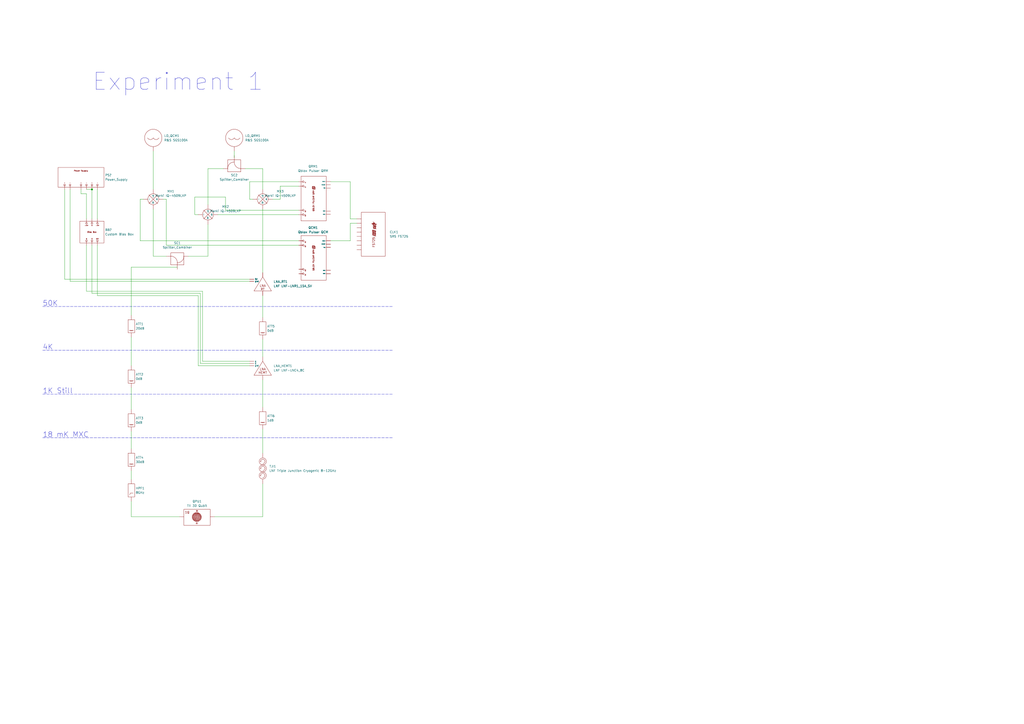
<source format=kicad_sch>
(kicad_sch (version 20211123) (generator eeschema)
  (paper "A2")
  (title_block (title "SLD Experiments 2022 Q2") (date "2022-04-15") (company "Quantum Reasearch Centre - Technology Innovation Institute"))
  (lib_symbols
    (symbol "Mixer_IQ_1" (on_board no)
      (property "Reference" "MX" (at 6.858 3.81 0))
      (property "Value" "Mixer_IQ_1" (at 6.858 1.524 0))
      (symbol "Mixer_IQ_1_1_1"
        (pin bidirectional line (at -5.715 0 0) (length 2.54) (name "I") (number ""))
        (pin bidirectional line (at 0 5.715 270) (length 2.54) (name "LO") (number ""))
        (pin bidirectional line (at 5.715 0 180) (length 2.54) (name "Q") (number ""))
        (pin bidirectional line (at 0 -5.715 90) (length 2.54) (name "RF") (number ""))
      )
    )
    (symbol "Mixer_IQ_2" (on_board no)
      (property "Reference" "MX" (at 6.858 3.81 0))
      (property "Value" "Mixer_IQ_2" (at 6.858 1.524 0))
      (symbol "Mixer_IQ_2_1_1"
        (pin bidirectional line (at -5.715 0 0) (length 2.54) (name "I") (number ""))
        (pin bidirectional line (at 0 5.715 270) (length 2.54) (name "LO") (number ""))
        (pin bidirectional line (at 5.715 0 180) (length 2.54) (name "Q") (number ""))
        (pin bidirectional line (at 0 -5.715 90) (length 2.54) (name "RF") (number ""))
      )
    )
    (symbol "Quantum Computing:Attenuator" (on_board no)
      (property "Reference" "ATT" (at 2.54 1.27 0))
      (property "Value" "Attenuator" (at 2.54 -1.27 0))
      (symbol "Attenuator_1_1"
        (pin bidirectional line (at 0 -6.35 90) (length 2.54) (name "") (number ""))
        (pin bidirectional line (at 0 6.35 270) (length 2.54) (name "") (number ""))
      )
    )
    (symbol "Quantum Computing:Custom Bias Box" (on_board no)
      (property "Reference" "BB" (at 12.065 9.398 0))
      (property "Value" "Custom Bias Box" (at 12.065 7.112 0))
      (symbol "Custom Bias Box_0_0"
        (text "+12V" (at 0 11.43 0) (effects (font (size 0.5 0.5))))
        (text "-12V" (at 6.35 11.43 0) (effects (font (size 0.5 0.5))))
        (text "0" (at 3.175 11.43 0) (effects (font (size 0.5 0.5))))
        (text "Bias Box" (at 3.175 7.62 0) (effects (font (size 0.8 0.8))))
        (text "gnd" (at 6.35 3.81 0) (effects (font (size 0.5 0.5))))
        (text "Id" (at 3.175 3.81 0) (effects (font (size 0.5 0.5))))
        (text "Ig" (at 0 3.81 0) (effects (font (size 0.5 0.5))))
      )
      (symbol "Custom Bias Box_1_1"
        (pin power_out line (at 0 0 90) (length 2.54) (name "") (number ""))
        (pin power_in line (at 0 15.24 270) (length 2.54) (name "") (number ""))
        (pin power_out line (at 3.175 0 90) (length 2.54) (name "") (number ""))
        (pin power_in line (at 3.175 15.24 270) (length 2.54) (name "") (number ""))
        (pin power_out line (at 6.35 0 90) (length 2.54) (name "") (number ""))
        (pin power_out line (at 6.35 15.24 270) (length 2.54) (name "") (number ""))
      )
    )
    (symbol "Quantum Computing:High-Pass Filter" (on_board no)
      (property "Reference" "HPF" (at 2.286 1.016 0))
      (property "Value" "High-Pass Filter" (at 2.286 -1.27 0))
      (symbol "High-Pass Filter_1_1"
        (pin bidirectional line (at 0 -6.35 90) (length 2.54) (name "") (number ""))
        (pin bidirectional line (at 0 6.35 270) (length 2.54) (name "") (number ""))
      )
    )
    (symbol "Quantum Computing:LNA_HEMT" (on_board no)
      (property "Reference" "LNA_HEMT" (at 6.096 1.016 0))
      (property "Value" "LNA_HEMT" (at 6.096 -1.27 0))
      (symbol "LNA_HEMT_0_0"
        (text "HEMT" (at 0 -1.524 0) (effects (font (size 1.27 1.27))))
        (text "LNA" (at 0 0.508 0) (effects (font (size 1.27 1.27))))
      )
      (symbol "LNA_HEMT_1_1"
        (pin input line (at 0 -5.715 90) (length 2.54) (name "") (number ""))
        (pin output line (at 0 7.62 270) (length 2.54) (name "") (number ""))
        (pin power_in line (at -7.62 3.81 0) (length 2.54) (name "d") (number ""))
        (pin power_in line (at -7.62 5.08 0) (length 2.54) (name "g") (number ""))
        (pin power_in line (at -7.62 2.54 0) (length 2.54) (name "gnd") (number ""))
      )
    )
    (symbol "Quantum Computing:LNA_RT" (on_board no)
      (property "Reference" "LNA_RT" (at 6.096 1.016 0))
      (property "Value" "LNA_RT" (at 6.096 -1.27 0))
      (symbol "LNA_RT_0_0"
        (text "LNA" (at 0 0 0) (effects (font (size 1.27 1.27))))
        (text "RT" (at 0 -2.032 0) (effects (font (size 1.27 1.27))))
      )
      (symbol "LNA_RT_1_1"
        (pin input line (at 0 -5.715 90) (length 2.54) (name "") (number ""))
        (pin output line (at 0 7.62 270) (length 2.54) (name "") (number ""))
        (pin power_in line (at -7.62 3.81 0) (length 2.54) (name "5V") (number ""))
        (pin power_in line (at -7.62 2.54 0) (length 2.54) (name "gnd") (number ""))
      )
    )
    (symbol "Quantum Computing:Mixer_IQ" (on_board no)
      (property "Reference" "MX" (at 6.858 3.81 0))
      (property "Value" "Mixer_IQ" (at 6.858 1.524 0))
      (symbol "Mixer_IQ_1_1"
        (pin bidirectional line (at -5.715 0 0) (length 2.54) (name "I") (number ""))
        (pin bidirectional line (at 0 5.715 270) (length 2.54) (name "LO") (number ""))
        (pin bidirectional line (at 5.715 0 180) (length 2.54) (name "Q") (number ""))
        (pin bidirectional line (at 0 -5.715 90) (length 2.54) (name "RF") (number ""))
      )
    )
    (symbol "Quantum Computing:Oscillator" (on_board no)
      (property "Reference" "LO" (at 7.62 1.016 0))
      (property "Value" "Oscillator" (at 7.62 -1.27 0))
      (symbol "Oscillator_1_1"
        (pin output line (at 0 -7.62 90) (length 2.54) (name "") (number ""))
      )
    )
    (symbol "Quantum Computing:Power_Supply" (on_board no)
      (property "Reference" "PS" (at 24.765 9.398 0))
      (property "Value" "Power_Supply" (at 24.765 7.112 0))
      (symbol "Power_Supply_0_0"
        (text "+" (at 0 3.81 0) (effects (font (size 0.5 0.5))))
        (text "+" (at 9.525 3.81 0) (effects (font (size 0.5 0.5))))
        (text "+" (at 15.875 3.81 0) (effects (font (size 0.5 0.5))))
        (text "-" (at 3.175 3.81 0) (effects (font (size 0.5 0.5))))
        (text "-" (at 12.7 3.81 0) (effects (font (size 0.5 0.5))))
        (text "-" (at 19.05 3.81 0) (effects (font (size 0.5 0.5))))
        (text "Power Supply" (at 9.525 10.795 0) (effects (font (size 0.8 0.8))))
      )
      (symbol "Power_Supply_1_1"
        (pin power_out line (at 0 0 90) (length 2.54) (name "") (number ""))
        (pin power_out line (at 3.175 0 90) (length 2.54) (name "") (number ""))
        (pin power_out line (at 9.525 0 90) (length 2.54) (name "") (number ""))
        (pin power_out line (at 12.7 0 90) (length 2.54) (name "") (number ""))
        (pin power_out line (at 15.875 0 90) (length 2.54) (name "") (number ""))
        (pin power_out line (at 19.05 0 90) (length 2.54) (name "") (number ""))
      )
    )
    (symbol "Quantum Computing:QPU_1q_3D" (on_board no)
      (property "Reference" "QPU" (at 0 7.62 0))
      (property "Value" "QPU_1q_3D" (at 0 5.588 0))
      (symbol "QPU_1q_3D_0_0"
        (text "1Q" (at -5.715 2.54 0) (effects (font (size 1.27 1.27))))
      )
      (symbol "QPU_1q_3D_1_1"
        (pin input line (at -10.16 0 0) (length 2.54) (name "") (number ""))
        (pin output line (at 10.16 0 180) (length 2.54) (name "") (number ""))
      )
    )
    (symbol "Quantum Computing:Qblox Pulsar QCM" (on_board no)
      (property "Reference" "QCM" (at 24.765 9.398 0))
      (property "Value" "Qblox Pulsar QCM" (at 24.765 7.112 0))
      (symbol "Qblox Pulsar QCM_0_0"
        (text "O1" (at 0.635 3.81 0) (effects (font (size 0.5 0.5))))
        (text "O2" (at 3.175 3.81 0) (effects (font (size 0.5 0.5))))
        (text "O3" (at 17.145 3.81 0) (effects (font (size 0.5 0.5))))
        (text "O4" (at 19.685 3.81 0) (effects (font (size 0.5 0.5))))
        (text "QBLOX PULSAR QRM" (at 11.176 8.509 0) (effects (font (size 0.8 0.8))))
      )
      (symbol "Qblox Pulsar QCM_1_1"
        (pin output line (at 0 0 90) (length 2.54) (name "") (number ""))
        (pin output line (at 2.54 0 90) (length 2.54) (name "") (number ""))
        (pin output line (at 16.51 0 90) (length 2.54) (name "") (number ""))
        (pin output line (at 19.05 0 90) (length 2.54) (name "") (number ""))
        (pin input line (at 0 18.415 270) (length 2.54) (name "CLK_IN") (number ""))
        (pin output line (at 1.905 18.415 270) (length 2.54) (name "CLK_OUT") (number ""))
        (pin bidirectional line (at 17.145 18.415 270) (length 2.54) (name "SYNC") (number ""))
        (pin bidirectional line (at 19.05 18.415 270) (length 2.54) (name "SYNC") (number ""))
        (pin input line (at 3.81 18.415 270) (length 2.54) (name "TRIG") (number ""))
      )
    )
    (symbol "Quantum Computing:Qblox Pulsar QRM" (on_board no)
      (property "Reference" "QRM" (at 24.13 10.033 0))
      (property "Value" "Qblox Pulsar QRM" (at 24.13 7.747 0))
      (symbol "Qblox Pulsar QRM_0_0"
        (text "I1" (at 0.508 3.81 0) (effects (font (size 0.5 0.5))))
        (text "I2" (at 3.175 3.81 0) (effects (font (size 0.5 0.5))))
        (text "O1" (at 17.145 3.81 0) (effects (font (size 0.5 0.5))))
        (text "O2" (at 19.558 3.81 0) (effects (font (size 0.5 0.5))))
        (text "QBLOX PULSAR QRM" (at 11.049 8.509 0) (effects (font (size 0.8 0.8))))
      )
      (symbol "Qblox Pulsar QRM_1_1"
        (pin input line (at 0 0 90) (length 2.54) (name "") (number ""))
        (pin input line (at 2.54 0 90) (length 2.54) (name "") (number ""))
        (pin output line (at 16.51 0 90) (length 2.54) (name "") (number ""))
        (pin output line (at 19.05 0 90) (length 2.54) (name "") (number ""))
        (pin input line (at -0.127 18.415 270) (length 2.54) (name "CLK_IN") (number ""))
        (pin output line (at 1.778 18.415 270) (length 2.54) (name "CLK_OUT") (number ""))
        (pin bidirectional line (at 17.018 18.415 270) (length 2.54) (name "SYNC") (number ""))
        (pin bidirectional line (at 18.923 18.415 270) (length 2.54) (name "SYNC") (number ""))
        (pin input line (at 3.683 18.415 270) (length 2.54) (name "TRIG") (number ""))
      )
    )
    (symbol "Quantum Computing:SRS FS725" (on_board no)
      (property "Reference" "CLK" (at 0 19.304 0))
      (property "Value" "SRS FS725" (at 0 17.526 0))
      (symbol "SRS FS725_0_0"
        (text "FS725" (at 4.572 8.509 0) (effects (font (size 1.27 1.27))))
      )
      (symbol "SRS FS725_1_1"
        (pin output line (at -8.89 -1.27 90) (length 2.54) (name "") (number ""))
        (pin output line (at -6.35 -1.27 90) (length 2.54) (name "") (number ""))
        (pin output line (at -3.81 -1.27 90) (length 2.54) (name "") (number ""))
        (pin output line (at -1.27 -1.27 90) (length 2.54) (name "") (number ""))
        (pin output line (at 1.27 -1.27 90) (length 2.54) (name "") (number ""))
        (pin output line (at 3.81 -1.27 90) (length 2.54) (name "") (number ""))
        (pin output line (at 6.35 -1.27 90) (length 2.54) (name "") (number ""))
        (pin output line (at 8.89 -1.27 90) (length 2.54) (name "") (number ""))
      )
    )
    (symbol "Quantum Computing:Splitter_Combiner" (on_board no)
      (property "Reference" "SC" (at 0 -4.445 0))
      (property "Value" "Splitter_Combiner" (at 0 -6.985 0))
      (symbol "Splitter_Combiner_1_1"
        (pin bidirectional line (at -6.35 0 0) (length 2.54) (name "") (number ""))
        (pin bidirectional line (at 0 7.62 270) (length 2.54) (name "") (number ""))
        (pin bidirectional line (at 6.35 0 180) (length 2.54) (name "") (number ""))
      )
    )
    (symbol "Quantum Computing:Triple Junction Isolator" (on_board no)
      (property "Reference" "TJI" (at 6.096 1.016 0))
      (property "Value" "Triple Junction Isolator" (at 6.096 -1.27 0))
      (symbol "Triple Junction Isolator_1_1"
        (pin input line (at 0 -8.89 90) (length 2.54) (name "") (number ""))
        (pin output line (at 0 8.89 270) (length 2.54) (name "") (number ""))
      )
    )
    (symbol "Splitter_Combiner_1" (on_board no)
      (property "Reference" "SC" (at 0 -4.445 0))
      (property "Value" "Splitter_Combiner_1" (at 0 -6.985 0))
      (symbol "Splitter_Combiner_1_1_1"
        (pin bidirectional line (at -6.35 0 0) (length 2.54) (name "") (number ""))
        (pin bidirectional line (at 0 7.62 270) (length 2.54) (name "") (number ""))
        (pin bidirectional line (at 6.35 0 180) (length 2.54) (name "") (number ""))
      )
    )
  )
  (junction (at 53.34 109.855))
  (wire (pts (xy 152.4 299.72) (xy 152.4 280.67)))
  (wire (pts (xy 144.78 115.57) (xy 146.685 115.57)))
  (wire (pts (xy 120.65 97.79) (xy 120.65 118.745)))
  (wire (pts (xy 191.77 139.7) (xy 203.2 139.7)))
  (wire (pts (xy 113.03 114.3) (xy 113.03 124.46)))
  (wire (pts (xy 120.65 130.175) (xy 120.65 148.59)))
  (wire (pts (xy 129.54 97.79) (xy 120.65 97.79)))
  (wire (pts (xy 152.4 171.45) (xy 152.4 184.15)))
  (wire (pts (xy 53.34 109.855) (xy 53.34 127)))
  (wire (pts (xy 203.2 129.54) (xy 207.01 129.54)))
  (wire (pts (xy 56.515 109.855) (xy 56.515 127)))
  (wire (pts (xy 173.355 139.7) (xy 81.28 139.7)))
  (wire (pts (xy 113.03 124.46) (xy 114.935 124.46)))
  (wire (pts (xy 152.4 248.92) (xy 152.4 262.89)))
  (wire (pts (xy 113.03 114.3) (xy 130.81 114.3)))
  (wire (pts (xy 40.64 163.195) (xy 144.78 163.195)))
  (polyline (pts (xy 24.765 177.8) (xy 227.965 177.8)))
  (wire (pts (xy 88.9 148.59) (xy 96.52 148.59)))
  (wire (pts (xy 152.4 121.285) (xy 152.4 158.115)))
  (wire (pts (xy 144.78 209.55) (xy 117.475 209.55)))
  (wire (pts (xy 117.475 168.91) (xy 50.165 168.91)))
  (wire (pts (xy 203.2 105.41) (xy 203.2 127)))
  (wire (pts (xy 158.115 115.57) (xy 162.56 115.57)))
  (wire (pts (xy 46.99 109.855) (xy 46.99 112.395)))
  (wire (pts (xy 203.2 139.7) (xy 203.2 129.54)))
  (wire (pts (xy 76.2 299.72) (xy 76.2 290.83)))
  (wire (pts (xy 88.9 121.285) (xy 88.9 148.59)))
  (wire (pts (xy 114.935 171.45) (xy 114.935 212.09)))
  (polyline (pts (xy 24.765 228.6) (xy 227.965 228.6)))
  (wire (pts (xy 40.64 109.855) (xy 40.64 163.195)))
  (polyline (pts (xy 24.765 254) (xy 227.965 254)))
  (wire (pts (xy 152.4 220.345) (xy 152.4 236.22)))
  (wire (pts (xy 162.56 107.95) (xy 162.56 115.57)))
  (wire (pts (xy 144.78 210.82) (xy 116.205 210.82)))
  (wire (pts (xy 116.205 210.82) (xy 116.205 170.18)))
  (wire (pts (xy 114.935 212.09) (xy 144.78 212.09)))
  (wire (pts (xy 152.4 97.79) (xy 152.4 109.855)))
  (wire (pts (xy 124.46 299.72) (xy 152.4 299.72)))
  (wire (pts (xy 109.22 148.59) (xy 120.65 148.59)))
  (wire (pts (xy 76.2 195.58) (xy 76.2 212.09)))
  (wire (pts (xy 37.465 161.925) (xy 37.465 109.855)))
  (wire (pts (xy 130.81 121.92) (xy 173.355 121.92)))
  (wire (pts (xy 81.28 115.57) (xy 83.185 115.57)))
  (wire (pts (xy 50.165 168.91) (xy 50.165 142.24)))
  (wire (pts (xy 117.475 209.55) (xy 117.475 168.91)))
  (wire (pts (xy 142.24 97.79) (xy 152.4 97.79)))
  (wire (pts (xy 50.165 109.855) (xy 53.34 109.855)))
  (wire (pts (xy 76.2 273.05) (xy 76.2 278.13)))
  (wire (pts (xy 76.2 154.94) (xy 76.2 182.88)))
  (wire (pts (xy 116.205 170.18) (xy 53.34 170.18)))
  (wire (pts (xy 102.87 154.94) (xy 76.2 154.94)))
  (wire (pts (xy 96.52 115.57) (xy 96.52 142.24)))
  (wire (pts (xy 88.9 87.63) (xy 88.9 109.855)))
  (wire (pts (xy 191.77 105.41) (xy 203.2 105.41)))
  (wire (pts (xy 46.99 112.395) (xy 50.165 112.395)))
  (wire (pts (xy 152.4 196.85) (xy 152.4 207.01)))
  (wire (pts (xy 135.89 87.63) (xy 135.89 91.44)))
  (wire (pts (xy 94.615 115.57) (xy 96.52 115.57)))
  (wire (pts (xy 126.365 124.46) (xy 173.355 124.46)))
  (wire (pts (xy 104.14 299.72) (xy 76.2 299.72)))
  (wire (pts (xy 144.78 115.57) (xy 144.78 105.41)))
  (polyline (pts (xy 24.765 203.2) (xy 227.965 203.2)))
  (wire (pts (xy 56.515 171.45) (xy 114.935 171.45)))
  (wire (pts (xy 56.515 142.24) (xy 56.515 171.45)))
  (wire (pts (xy 76.2 224.79) (xy 76.2 237.49)))
  (wire (pts (xy 50.165 112.395) (xy 50.165 127)))
  (wire (pts (xy 203.2 127) (xy 207.01 127)))
  (wire (pts (xy 81.28 139.7) (xy 81.28 115.57)))
  (wire (pts (xy 96.52 142.24) (xy 173.355 142.24)))
  (wire (pts (xy 144.78 161.925) (xy 37.465 161.925)))
  (wire (pts (xy 144.78 105.41) (xy 173.355 105.41)))
  (wire (pts (xy 53.34 170.18) (xy 53.34 142.24)))
  (wire (pts (xy 76.2 250.19) (xy 76.2 260.35)))
  (wire (pts (xy 173.355 107.95) (xy 162.56 107.95)))
  (wire (pts (xy 130.81 114.3) (xy 130.81 121.92)))
  (text "Experiment 1" (at 53.34 53.34 0) (effects (font (size 10 10)) (justify left bottom)))
  (text "18 mK MXC" (at 24.765 254 0) (effects (font (size 3 3)) (justify left bottom)))
  (text "50K" (at 24.765 177.8 0) (effects (font (size 3 3)) (justify left bottom)))
  (text "1K Still\n" (at 24.765 228.6 0) (effects (font (size 3 3)) (justify left bottom)))
  (text "4K" (at 24.765 203.2 0) (effects (font (size 3 3)) (justify left bottom)))
  (symbol (lib_id "Quantum Computing:Attenuator") (at 76.2 218.44 0) (unit 1) (on_board no)
    (property "Reference" "ATT2" (at 78.74 217.1699 0) (effects (justify left)))
    (property "Value" "0dB" (at 78.74 219.7099 0) (effects (justify left)))
  )
  (symbol (lib_id "Quantum Computing:LNA_RT") (at 152.4 165.735 0) (unit 1) (on_board no)
    (property "Reference" "LNA_RT1" (at 158.75 163.3854 0) (effects (justify left)))
    (property "Value" "LNF LNF-LNR1_15A_SV" (at 158.75 165.9254 0) (effects (justify left)))
  )
  (symbol (lib_id "Quantum Computing:Mixer_IQ") (at 88.9 115.57 0) (unit 1) (on_board no)
    (property "Reference" "MX1" (at 99.06 110.9808 0))
    (property "Value" "Marki IQ-4509LXP" (at 99.06 113.5208 0))
  )
  (symbol (lib_id "Quantum Computing:Attenuator") (at 76.2 189.23 0) (unit 1) (on_board no)
    (property "Reference" "ATT1" (at 78.74 187.9599 0) (effects (justify left)))
    (property "Value" "20dB" (at 78.74 190.4999 0) (effects (justify left)))
  )
  (symbol (lib_name "Splitter_Combiner_1") (lib_id "Quantum Computing:Splitter_Combiner") (at 135.89 97.79 0) (unit 1) (on_board no)
    (property "Reference" "SC2" (at 135.89 101.6 0))
    (property "Value" "Splitter_Combiner" (at 135.89 104.14 0))
  )
  (symbol (lib_id "Quantum Computing:Triple Junction Isolator") (at 152.4 271.78 0) (unit 1) (on_board no)
    (property "Reference" "TJI1" (at 156.21 270.5099 0) (effects (justify left)))
    (property "Value" "LNF Triple Junction Cryogenic 8-12GHz" (at 156.21 273.0499 0) (effects (justify left)))
  )
  (symbol (lib_id "Quantum Computing:Attenuator") (at 76.2 266.7 0) (unit 1) (on_board no)
    (property "Reference" "ATT4" (at 78.74 265.4299 0) (effects (justify left)))
    (property "Value" "30dB" (at 78.74 267.9699 0) (effects (justify left)))
  )
  (symbol (lib_id "Quantum Computing:Custom Bias Box") (at 50.165 142.24 0) (unit 1) (on_board no)
    (property "Reference" "BB?" (at 60.96 133.3499 0) (effects (justify left)))
    (property "Value" "Custom Bias Box" (at 60.96 135.8899 0) (effects (justify left)))
  )
  (symbol (lib_id "Quantum Computing:Attenuator") (at 152.4 190.5 0) (unit 1) (on_board no)
    (property "Reference" "ATT5" (at 154.94 189.2299 0) (effects (justify left)))
    (property "Value" "0dB" (at 154.94 191.7699 0) (effects (justify left)))
  )
  (symbol (lib_id "Quantum Computing:Oscillator") (at 135.89 80.01 0) (unit 1) (on_board no)
    (property "Reference" "LO_QRM1" (at 142.24 78.7654 0) (effects (justify left)))
    (property "Value" "R&S SGS100A" (at 142.24 81.3054 0) (effects (justify left)))
  )
  (symbol (lib_id "Quantum Computing:Power_Supply") (at 37.465 109.855 0) (unit 1) (on_board no)
    (property "Reference" "PS?" (at 60.96 101.5999 0) (effects (justify left)))
    (property "Value" "Power_Supply" (at 60.96 104.1399 0) (effects (justify left)))
  )
  (symbol (lib_name "Mixer_IQ_1") (lib_id "Quantum Computing:Mixer_IQ") (at 120.65 124.46 0) (unit 1) (on_board no)
    (property "Reference" "MX2" (at 130.81 119.8708 0))
    (property "Value" "Marki IQ-4509LXP" (at 130.81 122.4108 0))
  )
  (symbol (lib_name "Mixer_IQ_2") (lib_id "Quantum Computing:Mixer_IQ") (at 152.4 115.57 0) (unit 1) (on_board no)
    (property "Reference" "MX3" (at 162.56 110.9808 0))
    (property "Value" "Marki IQ-4509LXP" (at 162.56 113.5208 0))
  )
  (symbol (lib_id "Quantum Computing:Attenuator") (at 152.4 242.57 0) (unit 1) (on_board no)
    (property "Reference" "ATT6" (at 154.94 241.2999 0) (effects (justify left)))
    (property "Value" "1dB" (at 154.94 243.8399 0) (effects (justify left)))
  )
  (symbol (lib_id "Quantum Computing:SRS FS725") (at 208.28 135.89 270) (unit 1) (on_board no)
    (property "Reference" "CLK1" (at 226.06 134.62 90) (effects (justify left)))
    (property "Value" "SRS FS725" (at 226.06 137.16 90) (effects (justify left)))
  )
  (symbol (lib_id "Quantum Computing:QPU_1q_3D") (at 114.3 299.72 0) (unit 1) (on_board no)
    (property "Reference" "QPU1" (at 114.3 290.83 0))
    (property "Value" "TII 3D Qubit" (at 114.3 293.37 0))
  )
  (symbol (lib_id "Quantum Computing:Qblox Pulsar QRM") (at 173.355 105.41 270) (unit 1) (on_board no)
    (property "Reference" "QRM1" (at 181.61 96.52 90))
    (property "Value" "Qblox Pulsar QRM" (at 181.61 99.06 90))
  )
  (symbol (lib_id "Quantum Computing:Qblox Pulsar QCM") (at 173.355 139.7 270) (unit 1) (on_board no)
    (property "Reference" "QCM1" (at 181.61 132.08 90))
    (property "Value" "Qblox Pulsar QCM" (at 181.61 134.62 90))
  )
  (symbol (lib_id "Quantum Computing:High-Pass Filter") (at 76.2 284.48 0) (unit 1) (on_board no)
    (property "Reference" "HPF1" (at 78.74 283.2099 0) (effects (justify left)))
    (property "Value" "8GHz" (at 78.74 285.7499 0) (effects (justify left)))
  )
  (symbol (lib_id "Quantum Computing:Splitter_Combiner") (at 102.87 148.59 180) (unit 1) (on_board no)
    (property "Reference" "SC1" (at 102.87 140.97 0))
    (property "Value" "Splitter_Combiner" (at 102.87 143.51 0))
  )
  (symbol (lib_id "Quantum Computing:Oscillator") (at 88.9 80.01 0) (unit 1) (on_board no)
    (property "Reference" "LO_QCM1" (at 95.25 78.7654 0) (effects (justify left)))
    (property "Value" "R&S SGS100A" (at 95.25 81.3054 0) (effects (justify left)))
  )
  (symbol (lib_id "Quantum Computing:LNA_HEMT") (at 152.4 214.63 0) (unit 1) (on_board no)
    (property "Reference" "LNA_HEMT1" (at 158.75 212.2804 0) (effects (justify left)))
    (property "Value" "LNF LNF-LNC4_8C" (at 158.75 214.8204 0) (effects (justify left)))
  )
  (symbol (lib_id "Quantum Computing:Attenuator") (at 76.2 243.84 0) (unit 1) (on_board no)
    (property "Reference" "ATT3" (at 78.74 242.5699 0) (effects (justify left)))
    (property "Value" "0dB" (at 78.74 245.1099 0) (effects (justify left)))
  )
)
</source>
